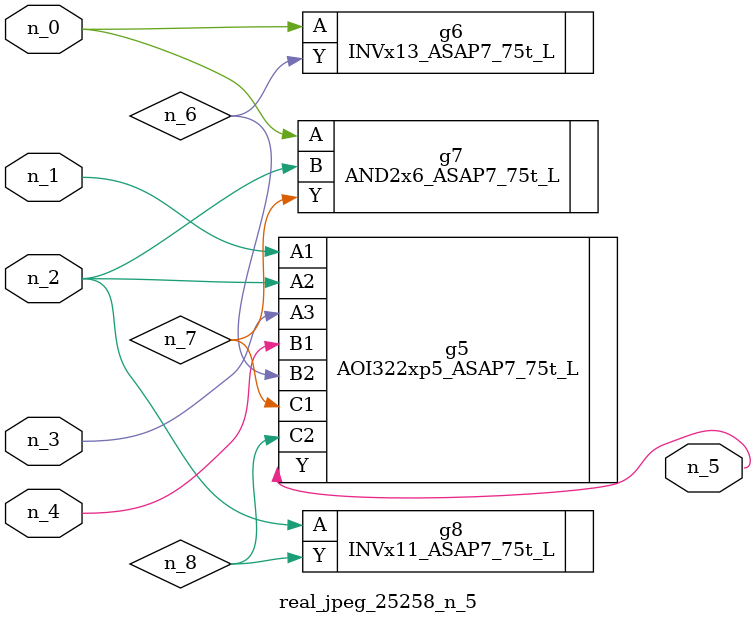
<source format=v>
module real_jpeg_25258_n_5 (n_4, n_0, n_1, n_2, n_3, n_5);

input n_4;
input n_0;
input n_1;
input n_2;
input n_3;

output n_5;

wire n_8;
wire n_6;
wire n_7;

INVx13_ASAP7_75t_L g6 ( 
.A(n_0),
.Y(n_6)
);

AND2x6_ASAP7_75t_L g7 ( 
.A(n_0),
.B(n_2),
.Y(n_7)
);

AOI322xp5_ASAP7_75t_L g5 ( 
.A1(n_1),
.A2(n_2),
.A3(n_3),
.B1(n_4),
.B2(n_6),
.C1(n_7),
.C2(n_8),
.Y(n_5)
);

INVx11_ASAP7_75t_L g8 ( 
.A(n_2),
.Y(n_8)
);


endmodule
</source>
